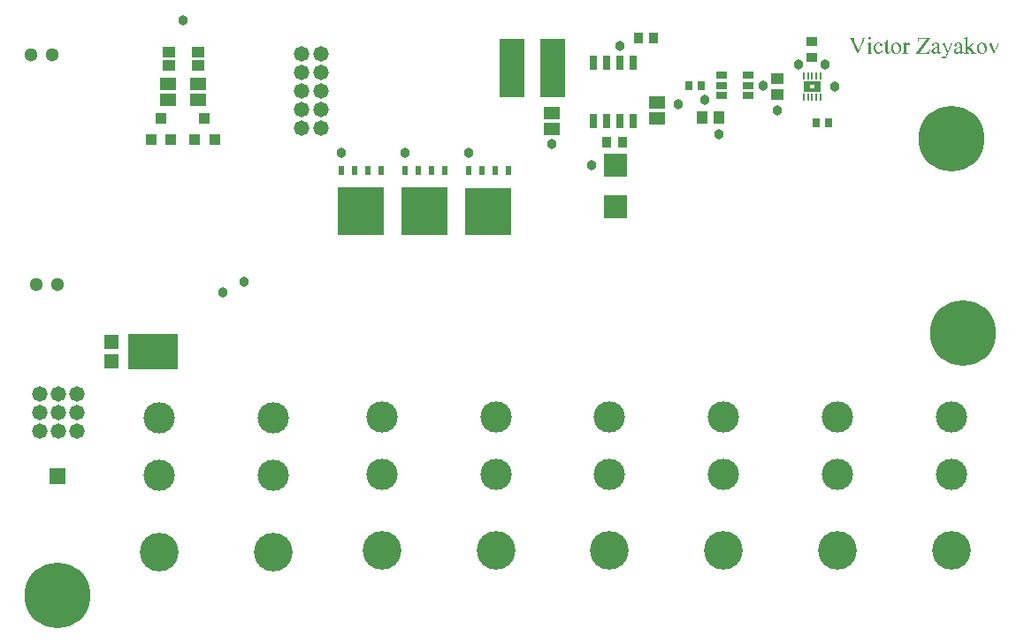
<source format=gbr>
%TF.GenerationSoftware,Altium Limited,Altium Designer,23.2.1 (34)*%
G04 Layer_Color=8388736*
%FSLAX45Y45*%
%MOMM*%
%TF.SameCoordinates,A6D216B9-5917-482B-AEBE-4AF022C6986F*%
%TF.FilePolarity,Negative*%
%TF.FileFunction,Soldermask,Top*%
%TF.Part,Single*%
G01*
G75*
%TA.AperFunction,SMDPad,CuDef*%
%ADD11R,0.23000X0.70000*%
%ADD12R,0.50000X0.85001*%
%ADD13R,0.60000X0.80000*%
%ADD16R,0.75000X0.90000*%
G04:AMPARAMS|DCode=18|XSize=1.1mm|YSize=0.6mm|CornerRadius=0.051mm|HoleSize=0mm|Usage=FLASHONLY|Rotation=180.000|XOffset=0mm|YOffset=0mm|HoleType=Round|Shape=RoundedRectangle|*
%AMROUNDEDRECTD18*
21,1,1.10000,0.49800,0,0,180.0*
21,1,0.99800,0.60000,0,0,180.0*
1,1,0.10200,-0.49900,0.24900*
1,1,0.10200,0.49900,0.24900*
1,1,0.10200,0.49900,-0.24900*
1,1,0.10200,-0.49900,-0.24900*
%
%ADD18ROUNDEDRECTD18*%
%ADD21R,0.65000X1.45000*%
%ADD25R,1.40000X1.39000*%
%ADD26R,4.86000X3.36000*%
%TA.AperFunction,ComponentPad*%
%ADD32R,1.57000X1.57000*%
%ADD36C,1.30000*%
%TA.AperFunction,SMDPad,CuDef*%
%ADD47R,1.00320X1.10320*%
%ADD48R,1.10320X0.90320*%
%ADD49R,1.20320X1.10320*%
%ADD50R,0.90320X1.10320*%
%ADD51R,2.20320X2.20320*%
%ADD52R,2.35320X5.70320*%
%ADD53R,1.60320X1.30320*%
%ADD54R,1.15320X1.00320*%
%ADD55R,1.10320X1.20320*%
%TA.AperFunction,ComponentPad*%
%ADD56C,6.30320*%
%ADD57C,3.00320*%
%ADD58C,3.70320*%
%TA.AperFunction,ViaPad*%
%ADD59C,0.96520*%
%ADD60C,1.47320*%
G36*
X5977100Y7008100D02*
X6418100D01*
Y6553100D01*
X5977100D01*
Y7008100D01*
D02*
G37*
G36*
X6586700Y7006300D02*
X7027700D01*
Y6551300D01*
X6586700D01*
Y7006300D01*
D02*
G37*
G36*
X7196300Y7005950D02*
X7637300D01*
Y6550950D01*
X7196300D01*
Y7005950D01*
D02*
G37*
G36*
X10596880Y7995600D02*
Y7923530D01*
X10434320D01*
Y7955600D01*
Y7995600D01*
Y8027670D01*
X10596880D01*
Y7995600D01*
D02*
G37*
G36*
X11069510Y8450658D02*
X11070568Y8450482D01*
X11071802Y8449953D01*
X11073212Y8449424D01*
X11074623Y8448543D01*
X11075856Y8447485D01*
X11076033Y8447309D01*
X11076385Y8446956D01*
X11076914Y8446251D01*
X11077619Y8445194D01*
X11078148Y8443960D01*
X11078677Y8442726D01*
X11079029Y8441139D01*
X11079206Y8439377D01*
Y8439200D01*
Y8438671D01*
X11079029Y8437790D01*
X11078853Y8436732D01*
X11078324Y8435498D01*
X11077795Y8434088D01*
X11076914Y8432678D01*
X11075856Y8431444D01*
X11075680Y8431268D01*
X11075328Y8430915D01*
X11074623Y8430386D01*
X11073565Y8429858D01*
X11072331Y8429153D01*
X11071097Y8428624D01*
X11069510Y8428271D01*
X11067748Y8428095D01*
X11067043D01*
X11066161Y8428271D01*
X11065104Y8428447D01*
X11063870Y8428976D01*
X11062459Y8429505D01*
X11061049Y8430386D01*
X11059815Y8431444D01*
X11059639Y8431620D01*
X11059286Y8431973D01*
X11058758Y8432678D01*
X11058229Y8433736D01*
X11057524Y8434793D01*
X11056995Y8436204D01*
X11056642Y8437790D01*
X11056466Y8439377D01*
Y8439553D01*
Y8440258D01*
X11056642Y8441139D01*
X11056819Y8442197D01*
X11057171Y8443431D01*
X11057876Y8444841D01*
X11058581Y8446251D01*
X11059639Y8447485D01*
X11059815Y8447662D01*
X11060168Y8448014D01*
X11060873Y8448543D01*
X11061931Y8449248D01*
X11063165Y8449777D01*
X11064398Y8450306D01*
X11065985Y8450658D01*
X11067748Y8450835D01*
X11068629D01*
X11069510Y8450658D01*
D02*
G37*
G36*
X11443921Y8397070D02*
X11445331Y8396718D01*
X11447094Y8396365D01*
X11448680Y8395660D01*
X11450443Y8394602D01*
X11452029Y8393369D01*
X11452206Y8393192D01*
X11452735Y8392663D01*
X11453263Y8391958D01*
X11454145Y8390901D01*
X11454850Y8389667D01*
X11455379Y8388257D01*
X11455907Y8386494D01*
X11456084Y8384731D01*
Y8384555D01*
Y8384026D01*
X11455907Y8383321D01*
X11455731Y8382263D01*
X11455379Y8381029D01*
X11454850Y8379972D01*
X11454145Y8378738D01*
X11453087Y8377504D01*
X11452911Y8377327D01*
X11452558Y8376975D01*
X11452029Y8376622D01*
X11451148Y8376093D01*
X11450090Y8375388D01*
X11449033Y8375036D01*
X11447623Y8374683D01*
X11446212Y8374507D01*
X11445507D01*
X11444802Y8374683D01*
X11443744Y8375036D01*
X11442334Y8375388D01*
X11440924Y8376093D01*
X11439161Y8376975D01*
X11437399Y8378209D01*
X11437222Y8378385D01*
X11436693Y8378738D01*
X11435812Y8379443D01*
X11434754Y8380148D01*
X11433520Y8380853D01*
X11432287Y8381558D01*
X11431229Y8381911D01*
X11430171Y8382087D01*
X11429819D01*
X11428937Y8381734D01*
X11427527Y8381205D01*
X11426646Y8380500D01*
X11425764Y8379795D01*
X11425588Y8379619D01*
X11424883Y8378914D01*
X11424002Y8377856D01*
X11422591Y8376270D01*
X11421181Y8374154D01*
X11419418Y8371510D01*
X11417479Y8368514D01*
X11415540Y8364812D01*
Y8315631D01*
Y8315455D01*
Y8315278D01*
Y8314221D01*
X11415717Y8312634D01*
X11415893Y8310695D01*
X11416069Y8308580D01*
X11416422Y8306464D01*
X11416950Y8304349D01*
X11417656Y8302586D01*
Y8302410D01*
X11418008Y8302058D01*
X11418361Y8301529D01*
X11418890Y8300824D01*
X11419595Y8300119D01*
X11420476Y8299237D01*
X11421534Y8298356D01*
X11422768Y8297651D01*
X11422944D01*
X11423473Y8297298D01*
X11424354Y8297122D01*
X11425588Y8296769D01*
X11426998Y8296417D01*
X11428937Y8296064D01*
X11431053Y8295888D01*
X11433520Y8295712D01*
Y8291657D01*
X11380990D01*
Y8295712D01*
X11382224D01*
X11383634Y8295888D01*
X11385397Y8296064D01*
X11389099Y8296769D01*
X11390862Y8297298D01*
X11392448Y8298003D01*
X11392624Y8298179D01*
X11392977Y8298356D01*
X11393330Y8298885D01*
X11394035Y8299413D01*
X11394563Y8300295D01*
X11395269Y8301352D01*
X11395797Y8302410D01*
X11396326Y8303820D01*
Y8303997D01*
X11396502Y8304349D01*
Y8304878D01*
X11396679Y8305936D01*
X11396855Y8307346D01*
Y8309285D01*
X11397031Y8311753D01*
Y8314749D01*
Y8354588D01*
Y8354764D01*
Y8355293D01*
Y8356174D01*
Y8357408D01*
Y8358818D01*
Y8360405D01*
X11396855Y8363930D01*
Y8367632D01*
X11396679Y8370981D01*
X11396502Y8372568D01*
Y8373802D01*
X11396326Y8375036D01*
X11396150Y8375741D01*
Y8375917D01*
X11395974Y8376270D01*
X11395797Y8376975D01*
X11395621Y8377680D01*
X11394740Y8379266D01*
X11393506Y8380677D01*
X11393153Y8380853D01*
X11392096Y8381558D01*
X11390685Y8382087D01*
X11388570Y8382263D01*
X11387336D01*
X11386278Y8382087D01*
X11385221Y8381911D01*
X11383811Y8381558D01*
X11380814Y8380677D01*
X11379756Y8384731D01*
X11410781Y8397247D01*
X11415540D01*
Y8374154D01*
X11415717Y8374507D01*
X11416069Y8375212D01*
X11416774Y8376270D01*
X11417656Y8377856D01*
X11418890Y8379443D01*
X11420300Y8381382D01*
X11421886Y8383497D01*
X11423649Y8385789D01*
X11427527Y8390019D01*
X11429642Y8391958D01*
X11431934Y8393721D01*
X11434402Y8395131D01*
X11436870Y8396189D01*
X11439338Y8397070D01*
X11441805Y8397247D01*
X11442863D01*
X11443921Y8397070D01*
D02*
G37*
G36*
X11157648D02*
X11158882D01*
X11160469Y8396894D01*
X11163818Y8396189D01*
X11167873Y8395308D01*
X11171927Y8393897D01*
X11175981Y8391782D01*
X11177920Y8390548D01*
X11179859Y8389138D01*
X11180036D01*
X11180212Y8388785D01*
X11181446Y8387728D01*
X11183032Y8386141D01*
X11184795Y8384026D01*
X11186558Y8381558D01*
X11188144Y8378738D01*
X11189378Y8375741D01*
X11189554Y8374154D01*
X11189731Y8372568D01*
Y8372392D01*
Y8371863D01*
X11189554Y8370981D01*
X11189378Y8370100D01*
X11189026Y8368866D01*
X11188497Y8367809D01*
X11187792Y8366575D01*
X11186910Y8365517D01*
X11186734Y8365341D01*
X11186381Y8365164D01*
X11185853Y8364812D01*
X11184971Y8364283D01*
X11183914Y8363754D01*
X11182503Y8363402D01*
X11181093Y8363225D01*
X11179330Y8363049D01*
X11178273D01*
X11177039Y8363225D01*
X11175629Y8363578D01*
X11174042Y8364107D01*
X11172279Y8364812D01*
X11170869Y8365869D01*
X11169459Y8367280D01*
Y8367456D01*
X11169106Y8367809D01*
X11168754Y8368337D01*
X11168401Y8369219D01*
X11167873Y8370453D01*
X11167344Y8372039D01*
X11166991Y8373978D01*
X11166639Y8376270D01*
Y8376622D01*
X11166462Y8377327D01*
X11166286Y8378561D01*
X11165933Y8380148D01*
X11165405Y8381734D01*
X11164523Y8383497D01*
X11163466Y8385084D01*
X11162232Y8386494D01*
X11162055Y8386670D01*
X11161527Y8387023D01*
X11160645Y8387551D01*
X11159411Y8388257D01*
X11157825Y8388962D01*
X11156062Y8389490D01*
X11153947Y8389843D01*
X11151479Y8390019D01*
X11150421D01*
X11149540Y8389843D01*
X11147601Y8389667D01*
X11144957Y8388962D01*
X11142136Y8387904D01*
X11139140Y8386494D01*
X11136143Y8384378D01*
X11134733Y8382968D01*
X11133499Y8381558D01*
X11133322Y8381382D01*
X11133146Y8381029D01*
X11132617Y8380500D01*
X11132088Y8379619D01*
X11131383Y8378561D01*
X11130678Y8377151D01*
X11129797Y8375565D01*
X11129092Y8373802D01*
X11128210Y8371863D01*
X11127329Y8369748D01*
X11126624Y8367280D01*
X11125919Y8364636D01*
X11125390Y8361991D01*
X11124861Y8358995D01*
X11124685Y8355822D01*
X11124509Y8352473D01*
Y8352296D01*
Y8351591D01*
Y8350710D01*
X11124685Y8349476D01*
X11124861Y8347713D01*
X11125037Y8345950D01*
X11125214Y8343835D01*
X11125566Y8341543D01*
X11126624Y8336431D01*
X11128387Y8331143D01*
X11129268Y8328323D01*
X11130502Y8325502D01*
X11131912Y8322682D01*
X11133499Y8320038D01*
X11133675Y8319861D01*
X11133851Y8319509D01*
X11134380Y8318804D01*
X11135085Y8317922D01*
X11136143Y8316688D01*
X11137200Y8315631D01*
X11138434Y8314221D01*
X11139845Y8312987D01*
X11141607Y8311753D01*
X11143370Y8310343D01*
X11147601Y8308227D01*
X11149892Y8307170D01*
X11152360Y8306464D01*
X11155004Y8306112D01*
X11157825Y8305936D01*
X11158882D01*
X11159764Y8306112D01*
X11160645D01*
X11161703Y8306288D01*
X11164347Y8306817D01*
X11167520Y8307698D01*
X11170693Y8309109D01*
X11174218Y8310871D01*
X11177568Y8313339D01*
X11177920Y8313516D01*
X11178625Y8314397D01*
X11179859Y8315631D01*
X11181269Y8317570D01*
X11183209Y8320214D01*
X11184090Y8321800D01*
X11185148Y8323387D01*
X11186205Y8325326D01*
X11187263Y8327441D01*
X11188497Y8329733D01*
X11189554Y8332201D01*
X11192727Y8330614D01*
Y8330438D01*
X11192551Y8329733D01*
X11192199Y8328675D01*
X11191846Y8327265D01*
X11191317Y8325502D01*
X11190788Y8323563D01*
X11189907Y8321448D01*
X11189026Y8318980D01*
X11186910Y8314044D01*
X11184090Y8308756D01*
X11180564Y8303644D01*
X11178449Y8301352D01*
X11176334Y8299237D01*
X11176157Y8299061D01*
X11175805Y8298708D01*
X11175100Y8298179D01*
X11174218Y8297651D01*
X11173161Y8296769D01*
X11171751Y8295888D01*
X11170164Y8294830D01*
X11168578Y8293949D01*
X11164523Y8291834D01*
X11160116Y8290247D01*
X11157648Y8289542D01*
X11155004Y8289013D01*
X11152360Y8288661D01*
X11149716Y8288484D01*
X11149011D01*
X11147953Y8288661D01*
X11146719D01*
X11145309Y8289013D01*
X11143546Y8289189D01*
X11141607Y8289718D01*
X11139316Y8290247D01*
X11137024Y8291128D01*
X11134556Y8292010D01*
X11132088Y8293244D01*
X11129444Y8294654D01*
X11126800Y8296417D01*
X11124332Y8298356D01*
X11121688Y8300471D01*
X11119220Y8303115D01*
X11119044Y8303291D01*
X11118692Y8303820D01*
X11117986Y8304702D01*
X11117281Y8305759D01*
X11116224Y8307346D01*
X11115166Y8309109D01*
X11113932Y8311224D01*
X11112874Y8313516D01*
X11111640Y8316336D01*
X11110407Y8319156D01*
X11109349Y8322506D01*
X11108291Y8326031D01*
X11107586Y8329909D01*
X11106881Y8333964D01*
X11106528Y8338194D01*
X11106352Y8342777D01*
Y8343130D01*
Y8343835D01*
X11106528Y8345069D01*
Y8346832D01*
X11106881Y8348771D01*
X11107057Y8351239D01*
X11107586Y8353883D01*
X11108115Y8356703D01*
X11108820Y8359876D01*
X11109878Y8363049D01*
X11110935Y8366222D01*
X11112346Y8369571D01*
X11113932Y8372921D01*
X11115871Y8376093D01*
X11118163Y8379090D01*
X11120631Y8382087D01*
X11120807Y8382263D01*
X11121336Y8382792D01*
X11122041Y8383497D01*
X11123098Y8384378D01*
X11124509Y8385612D01*
X11126271Y8386846D01*
X11128210Y8388257D01*
X11130326Y8389667D01*
X11132794Y8391077D01*
X11135261Y8392487D01*
X11138258Y8393721D01*
X11141255Y8394955D01*
X11144428Y8395836D01*
X11147953Y8396542D01*
X11151479Y8397070D01*
X11155181Y8397247D01*
X11156591D01*
X11157648Y8397070D01*
D02*
G37*
G36*
X11031964Y8439377D02*
X11031611D01*
X11030554Y8439024D01*
X11029143Y8438671D01*
X11027381Y8438143D01*
X11025441Y8437438D01*
X11023326Y8436556D01*
X11021387Y8435322D01*
X11019624Y8434088D01*
X11019448Y8433912D01*
X11018567Y8433031D01*
X11017509Y8431797D01*
X11016099Y8429858D01*
X11014512Y8427566D01*
X11012750Y8424569D01*
X11010987Y8421220D01*
X11009224Y8417166D01*
X10956341Y8288308D01*
X10952111D01*
X10895350Y8418929D01*
Y8419105D01*
X10895174Y8419457D01*
X10894997Y8419810D01*
X10894645Y8420515D01*
X10893940Y8422278D01*
X10892882Y8424217D01*
X10892001Y8426332D01*
X10890943Y8428447D01*
X10889885Y8430034D01*
X10889533Y8430739D01*
X10889180Y8431268D01*
X10889004Y8431444D01*
X10888651Y8431797D01*
X10888122Y8432502D01*
X10887241Y8433207D01*
X10886183Y8434088D01*
X10885126Y8435146D01*
X10882305Y8436732D01*
X10882129Y8436909D01*
X10881600Y8437085D01*
X10880719Y8437438D01*
X10879485Y8437790D01*
X10877898Y8438319D01*
X10875959Y8438671D01*
X10873668Y8439024D01*
X10871200Y8439377D01*
Y8443431D01*
X10933249D01*
Y8439377D01*
X10932720D01*
X10932191Y8439200D01*
X10931486D01*
X10929724Y8438848D01*
X10927608Y8438495D01*
X10925317Y8437966D01*
X10923025Y8437438D01*
X10921086Y8436556D01*
X10919500Y8435675D01*
X10919323Y8435498D01*
X10918971Y8435146D01*
X10918442Y8434617D01*
X10917913Y8433912D01*
X10917384Y8433031D01*
X10916855Y8431973D01*
X10916503Y8430563D01*
X10916327Y8429153D01*
Y8428976D01*
X10916503Y8428095D01*
X10916679Y8426685D01*
X10917032Y8424922D01*
X10917561Y8422454D01*
X10918618Y8419457D01*
X10919852Y8415932D01*
X10921615Y8411701D01*
X10960219Y8322682D01*
X10996180Y8410467D01*
Y8410644D01*
X10996356Y8410996D01*
X10996709Y8411701D01*
X10997061Y8412583D01*
X10997414Y8413640D01*
X10997766Y8414874D01*
X10998824Y8417695D01*
X10999705Y8420691D01*
X11000587Y8423688D01*
X11001115Y8426332D01*
X11001292Y8427566D01*
Y8428624D01*
Y8428800D01*
Y8429153D01*
X11001115Y8429858D01*
X11000939Y8430563D01*
X11000587Y8431444D01*
X10999881Y8432502D01*
X10999176Y8433736D01*
X10998119Y8434793D01*
X10997942Y8434970D01*
X10997590Y8435322D01*
X10996709Y8435851D01*
X10995651Y8436380D01*
X10994064Y8437085D01*
X10992125Y8437790D01*
X10989834Y8438495D01*
X10987190Y8439024D01*
X10986837D01*
X10986132Y8439200D01*
X10985251Y8439377D01*
Y8443431D01*
X11031964D01*
Y8439377D01*
D02*
G37*
G36*
X11866807Y8390196D02*
X11866631D01*
X11866102Y8390020D01*
X11865397D01*
X11864515Y8389843D01*
X11862400Y8389138D01*
X11860461Y8388257D01*
X11860285D01*
X11860108Y8388081D01*
X11859051Y8387199D01*
X11858169Y8386494D01*
X11857464Y8385613D01*
X11856583Y8384555D01*
X11855525Y8383321D01*
X11855349Y8382969D01*
X11854996Y8382440D01*
X11854644Y8381735D01*
X11854115Y8380501D01*
X11853410Y8379090D01*
X11852705Y8377151D01*
X11851647Y8374684D01*
X11809870Y8272443D01*
Y8272267D01*
X11809517Y8271738D01*
X11809341Y8271033D01*
X11808812Y8269976D01*
X11808107Y8268742D01*
X11807402Y8267331D01*
X11805639Y8264158D01*
X11803347Y8260457D01*
X11800703Y8256755D01*
X11797530Y8253229D01*
X11794005Y8250056D01*
X11793829D01*
X11793652Y8249704D01*
X11793123Y8249351D01*
X11792418Y8248822D01*
X11790479Y8247589D01*
X11788011Y8246178D01*
X11785191Y8244768D01*
X11782018Y8243534D01*
X11778669Y8242653D01*
X11776906Y8242477D01*
X11775143Y8242300D01*
X11774086D01*
X11772852Y8242477D01*
X11771442Y8242829D01*
X11769679Y8243182D01*
X11767916Y8243887D01*
X11766153Y8244944D01*
X11764390Y8246178D01*
X11764214Y8246355D01*
X11763685Y8246883D01*
X11762980Y8247589D01*
X11762275Y8248822D01*
X11761570Y8250056D01*
X11760865Y8251467D01*
X11760336Y8253229D01*
X11760160Y8254992D01*
Y8255168D01*
Y8255697D01*
X11760336Y8256579D01*
X11760512Y8257636D01*
X11760865Y8258870D01*
X11761394Y8260104D01*
X11762099Y8261338D01*
X11763157Y8262396D01*
X11763333Y8262572D01*
X11763685Y8262925D01*
X11764390Y8263277D01*
X11765272Y8263806D01*
X11766506Y8264335D01*
X11767916Y8264864D01*
X11769679Y8265040D01*
X11771618Y8265216D01*
X11772323D01*
X11773204Y8265040D01*
X11774262Y8264864D01*
X11775672Y8264687D01*
X11777435Y8264335D01*
X11779374Y8263630D01*
X11781666Y8262925D01*
X11781842D01*
X11782371Y8262748D01*
X11783252Y8262396D01*
X11784133Y8262219D01*
X11786072Y8261514D01*
X11786778Y8261338D01*
X11787835D01*
X11788540Y8261514D01*
X11789422Y8261867D01*
X11790479Y8262219D01*
X11791713Y8262748D01*
X11793123Y8263630D01*
X11794534Y8264864D01*
X11794710Y8265040D01*
X11795239Y8265569D01*
X11796120Y8266450D01*
X11797002Y8267860D01*
X11798235Y8269623D01*
X11799646Y8271915D01*
X11801056Y8274735D01*
X11802642Y8278084D01*
X11809870Y8295888D01*
X11773028Y8372921D01*
Y8373097D01*
X11772675Y8373626D01*
X11772323Y8374331D01*
X11771618Y8375389D01*
X11770913Y8376623D01*
X11770031Y8378209D01*
X11768797Y8379796D01*
X11767563Y8381735D01*
X11767387Y8381911D01*
X11767211Y8382440D01*
X11766682Y8382969D01*
X11765977Y8383850D01*
X11764567Y8385613D01*
X11763685Y8386318D01*
X11762980Y8387023D01*
X11762804D01*
X11762451Y8387375D01*
X11761923Y8387728D01*
X11761041Y8388081D01*
X11759807Y8388609D01*
X11758397Y8389138D01*
X11756811Y8389667D01*
X11754695Y8390196D01*
Y8394250D01*
X11802642D01*
Y8390196D01*
X11799469D01*
X11798588Y8390020D01*
X11797530Y8389843D01*
X11795063Y8389314D01*
X11793829Y8388609D01*
X11792771Y8387904D01*
X11792595Y8387728D01*
X11792418Y8387552D01*
X11792066Y8387023D01*
X11791537Y8386494D01*
X11790656Y8384731D01*
X11790479Y8383674D01*
X11790303Y8382440D01*
Y8382263D01*
Y8381558D01*
X11790479Y8380677D01*
X11790832Y8379267D01*
X11791184Y8377504D01*
X11791890Y8375389D01*
X11792771Y8373097D01*
X11794005Y8370277D01*
X11819036Y8318451D01*
X11841952Y8375212D01*
Y8375389D01*
X11842304Y8376094D01*
X11842481Y8376975D01*
X11842833Y8378033D01*
X11843186Y8379443D01*
X11843362Y8381029D01*
X11843715Y8384379D01*
Y8384555D01*
Y8384731D01*
Y8385436D01*
X11843362Y8386494D01*
X11843010Y8387375D01*
X11842833Y8387552D01*
X11842304Y8388081D01*
X11841423Y8388786D01*
X11840189Y8389314D01*
X11839837Y8389491D01*
X11839308Y8389667D01*
X11838603Y8389843D01*
X11837721D01*
X11836487Y8390020D01*
X11835077Y8390196D01*
X11833491D01*
Y8394250D01*
X11866807D01*
Y8390196D01*
D02*
G37*
G36*
X12311375D02*
X12311199D01*
X12310494Y8390020D01*
X12309436D01*
X12308202Y8389667D01*
X12305558Y8388962D01*
X12304324Y8388433D01*
X12303266Y8387728D01*
X12303090Y8387552D01*
X12302561Y8387023D01*
X12301856Y8386318D01*
X12300975Y8385084D01*
X12299917Y8383497D01*
X12298683Y8381558D01*
X12297449Y8379267D01*
X12296215Y8376446D01*
X12260079Y8288485D01*
X12255495D01*
X12219006Y8374860D01*
X12218830Y8375212D01*
X12218654Y8375917D01*
X12218125Y8376975D01*
X12217420Y8378209D01*
X12216010Y8381206D01*
X12215128Y8382616D01*
X12214247Y8383674D01*
X12214071Y8383850D01*
X12213894Y8384202D01*
X12213365Y8384555D01*
X12212660Y8385260D01*
X12210898Y8386670D01*
X12208606Y8388257D01*
X12208430D01*
X12208253Y8388433D01*
X12207725Y8388609D01*
X12207020Y8388786D01*
X12205962Y8389138D01*
X12204552Y8389491D01*
X12202965Y8389843D01*
X12201026Y8390196D01*
Y8394250D01*
X12249149D01*
Y8390196D01*
X12245271D01*
X12244390Y8390020D01*
X12243509Y8389843D01*
X12241217Y8389314D01*
X12240159Y8388609D01*
X12239278Y8387904D01*
X12239102Y8387728D01*
X12238925Y8387552D01*
X12238573Y8387023D01*
X12238220Y8386494D01*
X12237339Y8384555D01*
X12237163Y8383497D01*
X12236986Y8382263D01*
Y8382087D01*
Y8381558D01*
X12237163Y8380677D01*
X12237339Y8379619D01*
X12237515Y8378209D01*
X12238044Y8376623D01*
X12238573Y8374860D01*
X12239454Y8372921D01*
X12263252Y8316336D01*
X12287225Y8375036D01*
X12287401Y8375389D01*
X12287578Y8376094D01*
X12287930Y8377151D01*
X12288459Y8378562D01*
X12289340Y8381735D01*
X12289517Y8383321D01*
X12289693Y8384555D01*
Y8384908D01*
X12289517Y8385436D01*
X12289340Y8386318D01*
X12288812Y8387199D01*
X12288635Y8387552D01*
X12287930Y8388081D01*
X12286873Y8388962D01*
X12285639Y8389491D01*
X12285462D01*
X12285286Y8389667D01*
X12284757D01*
X12283876Y8389843D01*
X12282818Y8390020D01*
X12281584D01*
X12279822Y8390196D01*
X12277882D01*
Y8394250D01*
X12311375D01*
Y8390196D01*
D02*
G37*
G36*
X12007299Y8348771D02*
X12033388Y8372568D01*
X12033564Y8372744D01*
X12033740Y8372921D01*
X12034798Y8373802D01*
X12036032Y8375036D01*
X12037795Y8376623D01*
X12039381Y8378209D01*
X12040968Y8379796D01*
X12042201Y8381206D01*
X12043083Y8382263D01*
X12043259Y8382440D01*
X12043612Y8383145D01*
X12043788Y8383850D01*
X12043964Y8384908D01*
Y8385084D01*
Y8385260D01*
X12043788Y8386318D01*
X12043083Y8387552D01*
X12042730Y8388257D01*
X12042025Y8388786D01*
X12041673Y8388962D01*
X12041320Y8389314D01*
X12040615Y8389667D01*
X12039734Y8390020D01*
X12038676Y8390196D01*
X12037442Y8390548D01*
X12036032Y8390725D01*
Y8394250D01*
X12080630D01*
Y8390725D01*
X12079748D01*
X12079043Y8390548D01*
X12077457D01*
X12075341Y8390196D01*
X12072873Y8389843D01*
X12070229Y8389314D01*
X12067761Y8388609D01*
X12065294Y8387728D01*
X12064941Y8387552D01*
X12064236Y8387199D01*
X12063002Y8386670D01*
X12061239Y8385613D01*
X12059300Y8384379D01*
X12057009Y8382792D01*
X12054541Y8380853D01*
X12051897Y8378562D01*
X12025455Y8354236D01*
X12051720Y8320919D01*
X12051897Y8320743D01*
X12052249Y8320391D01*
X12052778Y8319685D01*
X12053483Y8318804D01*
X12054365Y8317746D01*
X12055422Y8316512D01*
X12057714Y8313692D01*
X12060182Y8310695D01*
X12062649Y8307875D01*
X12064941Y8305407D01*
X12065822Y8304349D01*
X12066704Y8303468D01*
X12066880Y8303292D01*
X12067585Y8302587D01*
X12068643Y8301705D01*
X12069877Y8300648D01*
X12071287Y8299590D01*
X12072873Y8298532D01*
X12074460Y8297475D01*
X12076046Y8296770D01*
X12076223D01*
X12076575Y8296593D01*
X12077280Y8296417D01*
X12078338Y8296241D01*
X12079748Y8296064D01*
X12081335Y8295888D01*
X12083450Y8295712D01*
X12085918D01*
Y8291658D01*
X12036032D01*
Y8295712D01*
X12037442D01*
X12038323Y8295888D01*
X12040262Y8296241D01*
X12040968Y8296417D01*
X12041673Y8296770D01*
X12041849Y8296946D01*
X12042554Y8297651D01*
X12043083Y8298709D01*
X12043259Y8300119D01*
Y8300295D01*
Y8300648D01*
X12043083Y8301176D01*
X12042730Y8302234D01*
X12042201Y8303292D01*
X12041320Y8304702D01*
X12040262Y8306465D01*
X12038852Y8308404D01*
X12007299Y8348595D01*
Y8314750D01*
Y8314573D01*
Y8314397D01*
Y8313868D01*
Y8313163D01*
Y8311400D01*
X12007475Y8309285D01*
X12007651Y8307170D01*
X12007828Y8304878D01*
X12008180Y8302939D01*
X12008533Y8301529D01*
Y8301353D01*
X12008885Y8301000D01*
X12009062Y8300471D01*
X12009590Y8299766D01*
X12010824Y8298180D01*
X12012587Y8296946D01*
X12012763D01*
X12013116Y8296770D01*
X12013821Y8296593D01*
X12015055Y8296417D01*
X12016465Y8296064D01*
X12018404Y8295888D01*
X12020872Y8295712D01*
X12023869D01*
Y8291658D01*
X11971867D01*
Y8295712D01*
X11973101D01*
X11974511Y8295888D01*
X11976274D01*
X11978037Y8296064D01*
X11979976Y8296417D01*
X11981915Y8296946D01*
X11983502Y8297475D01*
X11983678D01*
X11983854Y8297651D01*
X11984735Y8298356D01*
X11985969Y8299590D01*
X11987027Y8301353D01*
Y8301529D01*
X11987380Y8302058D01*
X11987556Y8302939D01*
X11987908Y8304349D01*
X11988261Y8306112D01*
X11988437Y8308404D01*
X11988790Y8311048D01*
Y8314221D01*
Y8407647D01*
Y8407823D01*
Y8408352D01*
Y8409234D01*
Y8410468D01*
Y8411878D01*
Y8413464D01*
X11988614Y8416990D01*
Y8420692D01*
X11988437Y8424217D01*
X11988261Y8425804D01*
Y8427038D01*
X11988085Y8428271D01*
X11987908Y8429153D01*
Y8429329D01*
X11987732Y8429858D01*
X11987556Y8430387D01*
X11987380Y8431268D01*
X11986498Y8433031D01*
X11985969Y8433736D01*
X11985264Y8434441D01*
X11984912Y8434617D01*
X11984030Y8435322D01*
X11982620Y8435851D01*
X11980681Y8436028D01*
X11979623D01*
X11978918Y8435851D01*
X11978037Y8435675D01*
X11976803Y8435322D01*
X11975393Y8434794D01*
X11973630Y8434265D01*
X11971867Y8438319D01*
X12002011Y8450835D01*
X12007299D01*
Y8348771D01*
D02*
G37*
G36*
X11544045Y8300824D02*
X11607681Y8300824D01*
X11608563Y8301000D01*
X11609796D01*
X11611207Y8301176D01*
X11614380Y8301529D01*
X11617905Y8302410D01*
X11621607Y8303468D01*
X11624956Y8304878D01*
X11628129Y8306994D01*
X11628305D01*
X11628482Y8307346D01*
X11628834Y8307699D01*
X11629363Y8308227D01*
X11630068Y8309109D01*
X11630950Y8309990D01*
X11631831Y8311224D01*
X11632712Y8312634D01*
X11633770Y8314221D01*
X11634828Y8315984D01*
X11636062Y8318099D01*
X11637295Y8320391D01*
X11638353Y8323035D01*
X11639587Y8325855D01*
X11640821Y8329028D01*
X11641879Y8332377D01*
X11645580Y8331848D01*
X11638353Y8291658D01*
X11514960Y8291657D01*
Y8295712D01*
X11612264Y8434441D01*
X11561673Y8434441D01*
X11559558Y8434265D01*
X11556914Y8434088D01*
X11554093Y8433736D01*
X11551273Y8433383D01*
X11548452Y8432678D01*
X11546161Y8431797D01*
X11545985Y8431620D01*
X11545279Y8431268D01*
X11544222Y8430739D01*
X11543164Y8429858D01*
X11541754Y8428800D01*
X11540344Y8427390D01*
X11539110Y8425803D01*
X11537876Y8424041D01*
X11537700Y8423864D01*
X11537347Y8422983D01*
X11536818Y8421749D01*
X11536113Y8419810D01*
X11535408Y8417342D01*
X11535055Y8415932D01*
X11534527Y8414169D01*
X11534174Y8412230D01*
X11533645Y8410291D01*
X11533116Y8407999D01*
X11532764Y8405532D01*
X11528533D01*
X11531706Y8443431D01*
X11643994Y8443431D01*
X11544045Y8300824D01*
D02*
G37*
G36*
X11077267Y8314749D02*
Y8314573D01*
Y8314397D01*
Y8313868D01*
Y8313163D01*
Y8311576D01*
X11077443Y8309461D01*
X11077619Y8307346D01*
X11077795Y8305231D01*
X11078148Y8303291D01*
X11078501Y8301881D01*
Y8301705D01*
X11078853Y8301352D01*
X11079029Y8300824D01*
X11079558Y8300119D01*
X11080792Y8298532D01*
X11082555Y8297122D01*
X11082731D01*
X11083084Y8296946D01*
X11083789Y8296769D01*
X11084847Y8296417D01*
X11086257Y8296240D01*
X11088019Y8295888D01*
X11090135Y8295712D01*
X11092779D01*
Y8291657D01*
X11043069D01*
Y8295712D01*
X11045537D01*
X11047123Y8295888D01*
X11050296Y8296240D01*
X11051883Y8296593D01*
X11052941Y8297122D01*
X11053117D01*
X11053469Y8297474D01*
X11054527Y8298179D01*
X11055761Y8299766D01*
X11056466Y8300647D01*
X11057171Y8301881D01*
Y8302058D01*
X11057347Y8302586D01*
X11057700Y8303468D01*
X11058053Y8304702D01*
X11058229Y8306464D01*
X11058581Y8308756D01*
X11058758Y8311400D01*
Y8314749D01*
Y8354412D01*
Y8354588D01*
Y8355117D01*
Y8355998D01*
Y8357056D01*
Y8358466D01*
Y8359876D01*
X11058581Y8363402D01*
Y8366927D01*
X11058405Y8370453D01*
X11058229Y8372039D01*
X11058053Y8373626D01*
X11057876Y8374860D01*
X11057700Y8375917D01*
Y8376093D01*
X11057524Y8376446D01*
X11057347Y8377151D01*
X11056995Y8377856D01*
X11056290Y8379443D01*
X11055761Y8380324D01*
X11055056Y8380853D01*
X11054703Y8381029D01*
X11053998Y8381558D01*
X11052588Y8382087D01*
X11050649Y8382263D01*
X11049415D01*
X11048534Y8382087D01*
X11047300Y8381911D01*
X11046066Y8381558D01*
X11042893Y8380677D01*
X11041483Y8384731D01*
X11072331Y8397247D01*
X11077267D01*
Y8314749D01*
D02*
G37*
G36*
X11237149Y8394250D02*
X11260946D01*
Y8386670D01*
X11237149Y8386494D01*
Y8319861D01*
Y8319685D01*
Y8319509D01*
Y8318980D01*
Y8318275D01*
X11237325Y8316512D01*
X11237502Y8314397D01*
X11237854Y8312105D01*
X11238383Y8309990D01*
X11239088Y8307875D01*
X11239969Y8306288D01*
X11240146Y8306112D01*
X11240498Y8305759D01*
X11241027Y8305231D01*
X11241908Y8304702D01*
X11242966Y8303997D01*
X11244200Y8303468D01*
X11245610Y8303115D01*
X11247197Y8302939D01*
X11247902D01*
X11248607Y8303115D01*
X11249488Y8303291D01*
X11251780Y8303820D01*
X11253190Y8304349D01*
X11254424Y8305054D01*
X11254600Y8305231D01*
X11254953Y8305407D01*
X11255658Y8306112D01*
X11256363Y8306817D01*
X11257244Y8307698D01*
X11258302Y8308932D01*
X11259183Y8310343D01*
X11259889Y8311929D01*
X11264295D01*
Y8311753D01*
X11264119Y8311400D01*
X11263943Y8310871D01*
X11263590Y8310166D01*
X11262709Y8308051D01*
X11261299Y8305759D01*
X11259712Y8302939D01*
X11257773Y8300295D01*
X11255658Y8297651D01*
X11253014Y8295359D01*
X11252661Y8295183D01*
X11251780Y8294478D01*
X11250370Y8293596D01*
X11248607Y8292715D01*
X11246315Y8291657D01*
X11243847Y8290776D01*
X11241203Y8290071D01*
X11238383Y8289895D01*
X11237502D01*
X11236444Y8290071D01*
X11235210Y8290247D01*
X11233623Y8290600D01*
X11231861Y8291128D01*
X11230098Y8291834D01*
X11228159Y8292715D01*
X11227983Y8292891D01*
X11227278Y8293244D01*
X11226396Y8293949D01*
X11225338Y8294830D01*
X11224281Y8295888D01*
X11223047Y8297298D01*
X11221989Y8298885D01*
X11220932Y8300824D01*
X11220755Y8301000D01*
X11220579Y8301881D01*
X11220226Y8303115D01*
X11219874Y8304878D01*
X11219345Y8307346D01*
X11218993Y8310166D01*
X11218816Y8313516D01*
X11218640Y8317394D01*
Y8386670D01*
X11202423D01*
Y8390196D01*
X11202775Y8390372D01*
X11203480Y8390724D01*
X11204714Y8391253D01*
X11206301Y8392135D01*
X11208063Y8393369D01*
X11210179Y8394779D01*
X11212470Y8396542D01*
X11214762Y8398481D01*
X11215114Y8398833D01*
X11215820Y8399538D01*
X11217054Y8400772D01*
X11218640Y8402359D01*
X11220403Y8404474D01*
X11222342Y8406766D01*
X11224457Y8409410D01*
X11226396Y8412230D01*
X11226572Y8412406D01*
X11226925Y8413111D01*
X11227454Y8414169D01*
X11228335Y8415756D01*
X11229393Y8417871D01*
X11230627Y8420691D01*
X11232037Y8424041D01*
X11233623Y8427919D01*
X11237149D01*
Y8394250D01*
D02*
G37*
G36*
X11920924Y8397071D02*
X11922334D01*
X11925507Y8396718D01*
X11929032Y8396013D01*
X11932734Y8395308D01*
X11936436Y8394074D01*
X11939961Y8392487D01*
X11940314Y8392311D01*
X11941019Y8391782D01*
X11942253Y8391077D01*
X11943663Y8389843D01*
X11945250Y8388433D01*
X11946836Y8386494D01*
X11948423Y8384379D01*
X11949657Y8381735D01*
X11949833Y8381558D01*
X11950009Y8380677D01*
X11950362Y8379443D01*
X11950714Y8377504D01*
X11950890Y8376270D01*
X11951067Y8374860D01*
X11951243Y8373273D01*
X11951419Y8371334D01*
X11951596Y8369395D01*
X11951772Y8367104D01*
Y8364636D01*
Y8361992D01*
Y8327265D01*
Y8327089D01*
Y8326560D01*
Y8325855D01*
Y8324974D01*
Y8323740D01*
Y8322506D01*
Y8319509D01*
X11951948Y8316512D01*
Y8313516D01*
X11952124Y8312106D01*
Y8311048D01*
X11952301Y8309990D01*
Y8309285D01*
Y8309109D01*
X11952477Y8308756D01*
Y8308227D01*
X11952653Y8307522D01*
X11953358Y8305936D01*
X11953711Y8305407D01*
X11954063Y8304878D01*
X11954240Y8304702D01*
X11954945Y8304349D01*
X11956003Y8303997D01*
X11957060Y8303821D01*
X11957413D01*
X11958118Y8303997D01*
X11959175Y8304173D01*
X11960233Y8304526D01*
X11960409D01*
X11960762Y8304878D01*
X11961291Y8305407D01*
X11962172Y8306112D01*
X11963406Y8307170D01*
X11964993Y8308580D01*
X11967108Y8310519D01*
X11969399Y8312811D01*
Y8306465D01*
X11969223Y8306288D01*
X11968871Y8305760D01*
X11968166Y8304878D01*
X11967284Y8303821D01*
X11966050Y8302587D01*
X11964816Y8301176D01*
X11961643Y8298180D01*
X11957942Y8295007D01*
X11956003Y8293597D01*
X11953887Y8292363D01*
X11951772Y8291305D01*
X11949657Y8290424D01*
X11947365Y8289895D01*
X11945250Y8289718D01*
X11944368D01*
X11943311Y8289895D01*
X11942077Y8290247D01*
X11940666Y8290600D01*
X11939256Y8291305D01*
X11937846Y8292186D01*
X11936436Y8293420D01*
X11936260Y8293597D01*
X11935907Y8294125D01*
X11935378Y8295183D01*
X11934849Y8296593D01*
X11934321Y8298356D01*
X11933792Y8300648D01*
X11933439Y8303292D01*
X11933263Y8306465D01*
X11933087Y8306288D01*
X11932558Y8305936D01*
X11931853Y8305231D01*
X11930795Y8304526D01*
X11929385Y8303468D01*
X11927975Y8302410D01*
X11924802Y8300119D01*
X11921452Y8297475D01*
X11918103Y8295183D01*
X11916693Y8294302D01*
X11915283Y8293420D01*
X11914225Y8292715D01*
X11913344Y8292186D01*
X11912991Y8292010D01*
X11912286Y8291834D01*
X11911052Y8291305D01*
X11909466Y8290952D01*
X11907703Y8290424D01*
X11905411Y8289895D01*
X11903120Y8289718D01*
X11900652Y8289542D01*
X11899594D01*
X11898889Y8289718D01*
X11896950Y8289895D01*
X11894482Y8290424D01*
X11891662Y8291305D01*
X11888665Y8292539D01*
X11885845Y8294302D01*
X11883024Y8296770D01*
X11882672Y8297122D01*
X11881967Y8298003D01*
X11880909Y8299766D01*
X11879675Y8301882D01*
X11878441Y8304526D01*
X11877383Y8307875D01*
X11876678Y8311577D01*
X11876326Y8315807D01*
Y8315984D01*
Y8316160D01*
Y8317041D01*
X11876502Y8318451D01*
X11876678Y8320214D01*
X11877207Y8322330D01*
X11877736Y8324445D01*
X11878617Y8326736D01*
X11879675Y8328852D01*
Y8329028D01*
X11879851Y8329204D01*
X11880556Y8330086D01*
X11881614Y8331672D01*
X11883377Y8333435D01*
X11885492Y8335727D01*
X11888136Y8338018D01*
X11891485Y8340662D01*
X11895364Y8343130D01*
X11895540D01*
X11895892Y8343483D01*
X11896597Y8343835D01*
X11897655Y8344364D01*
X11898889Y8345069D01*
X11900476Y8345774D01*
X11902238Y8346656D01*
X11904354Y8347713D01*
X11906821Y8348771D01*
X11909642Y8350005D01*
X11912815Y8351415D01*
X11916164Y8352825D01*
X11919866Y8354412D01*
X11924097Y8355998D01*
X11928503Y8357761D01*
X11933263Y8359524D01*
Y8363402D01*
Y8363578D01*
Y8364107D01*
Y8364812D01*
Y8365870D01*
X11933087Y8367104D01*
Y8368690D01*
X11932734Y8371863D01*
X11932029Y8375389D01*
X11931148Y8378914D01*
X11929914Y8382087D01*
X11929209Y8383321D01*
X11928327Y8384555D01*
X11928151Y8384731D01*
X11927446Y8385436D01*
X11926388Y8386318D01*
X11924802Y8387552D01*
X11922863Y8388609D01*
X11920395Y8389491D01*
X11917574Y8390196D01*
X11914225Y8390372D01*
X11913167D01*
X11911757Y8390196D01*
X11910347Y8389843D01*
X11908584Y8389491D01*
X11906645Y8388786D01*
X11904882Y8387728D01*
X11903120Y8386494D01*
X11902943Y8386318D01*
X11902415Y8385789D01*
X11901709Y8385084D01*
X11901004Y8384026D01*
X11900299Y8382616D01*
X11899594Y8381206D01*
X11899065Y8379443D01*
X11898889Y8377680D01*
X11899242Y8371334D01*
Y8371158D01*
Y8370453D01*
X11899065Y8369572D01*
X11898889Y8368338D01*
X11898537Y8367104D01*
X11898008Y8365693D01*
X11897303Y8364460D01*
X11896421Y8363226D01*
X11896245Y8363049D01*
X11895892Y8362873D01*
X11895364Y8362344D01*
X11894658Y8361992D01*
X11893601Y8361463D01*
X11892367Y8360934D01*
X11891133Y8360758D01*
X11889546Y8360581D01*
X11888841D01*
X11888136Y8360758D01*
X11887255Y8360934D01*
X11886197Y8361287D01*
X11884963Y8361815D01*
X11883906Y8362520D01*
X11882848Y8363402D01*
X11882672Y8363578D01*
X11882495Y8363931D01*
X11881967Y8364636D01*
X11881614Y8365517D01*
X11881085Y8366575D01*
X11880556Y8367985D01*
X11880380Y8369572D01*
X11880204Y8371334D01*
Y8371511D01*
Y8371687D01*
Y8372216D01*
X11880380Y8372921D01*
X11880733Y8374860D01*
X11881438Y8377151D01*
X11882495Y8379972D01*
X11884258Y8382969D01*
X11885492Y8384555D01*
X11886726Y8385965D01*
X11888136Y8387552D01*
X11889899Y8389138D01*
X11890075Y8389314D01*
X11890428Y8389491D01*
X11890957Y8389843D01*
X11891662Y8390372D01*
X11892719Y8391077D01*
X11893953Y8391782D01*
X11895364Y8392487D01*
X11897126Y8393193D01*
X11898889Y8393898D01*
X11901004Y8394603D01*
X11903296Y8395308D01*
X11905764Y8396013D01*
X11908408Y8396542D01*
X11911228Y8396894D01*
X11914401Y8397247D01*
X11919866D01*
X11920924Y8397071D01*
D02*
G37*
G36*
X11704633D02*
X11706043D01*
X11709216Y8396718D01*
X11712742Y8396013D01*
X11716443Y8395308D01*
X11720145Y8394074D01*
X11723671Y8392487D01*
X11724023Y8392311D01*
X11724728Y8391782D01*
X11725962Y8391077D01*
X11727373Y8389843D01*
X11728959Y8388433D01*
X11730546Y8386494D01*
X11732132Y8384379D01*
X11733366Y8381735D01*
X11733542Y8381558D01*
X11733718Y8380677D01*
X11734071Y8379443D01*
X11734424Y8377504D01*
X11734600Y8376270D01*
X11734776Y8374860D01*
X11734952Y8373273D01*
X11735129Y8371334D01*
X11735305Y8369395D01*
X11735481Y8367104D01*
Y8364636D01*
Y8361992D01*
Y8327265D01*
Y8327089D01*
Y8326560D01*
Y8325855D01*
Y8324974D01*
Y8323740D01*
Y8322506D01*
Y8319509D01*
X11735658Y8316512D01*
Y8313516D01*
X11735834Y8312106D01*
Y8311048D01*
X11736010Y8309990D01*
Y8309285D01*
Y8309109D01*
X11736186Y8308756D01*
Y8308227D01*
X11736363Y8307522D01*
X11737068Y8305936D01*
X11737420Y8305407D01*
X11737773Y8304878D01*
X11737949Y8304702D01*
X11738654Y8304349D01*
X11739712Y8303997D01*
X11740770Y8303821D01*
X11741122D01*
X11741827Y8303997D01*
X11742885Y8304173D01*
X11743942Y8304526D01*
X11744119D01*
X11744471Y8304878D01*
X11745000Y8305407D01*
X11745882Y8306112D01*
X11747115Y8307170D01*
X11748702Y8308580D01*
X11750817Y8310519D01*
X11753109Y8312811D01*
Y8306465D01*
X11752933Y8306288D01*
X11752580Y8305760D01*
X11751875Y8304878D01*
X11750994Y8303821D01*
X11749760Y8302587D01*
X11748526Y8301176D01*
X11745353Y8298180D01*
X11741651Y8295007D01*
X11739712Y8293597D01*
X11737597Y8292363D01*
X11735481Y8291305D01*
X11733366Y8290424D01*
X11731074Y8289895D01*
X11728959Y8289718D01*
X11728078D01*
X11727020Y8289895D01*
X11725786Y8290247D01*
X11724376Y8290600D01*
X11722966Y8291305D01*
X11721555Y8292186D01*
X11720145Y8293420D01*
X11719969Y8293597D01*
X11719616Y8294125D01*
X11719088Y8295183D01*
X11718559Y8296593D01*
X11718030Y8298356D01*
X11717501Y8300648D01*
X11717149Y8303292D01*
X11716972Y8306465D01*
X11716796Y8306288D01*
X11716267Y8305936D01*
X11715562Y8305231D01*
X11714504Y8304526D01*
X11713094Y8303468D01*
X11711684Y8302410D01*
X11708511Y8300119D01*
X11705162Y8297475D01*
X11701813Y8295183D01*
X11700402Y8294302D01*
X11698992Y8293420D01*
X11697934Y8292715D01*
X11697053Y8292186D01*
X11696701Y8292010D01*
X11695995Y8291834D01*
X11694761Y8291305D01*
X11693175Y8290952D01*
X11691412Y8290424D01*
X11689121Y8289895D01*
X11686829Y8289718D01*
X11684361Y8289542D01*
X11683304D01*
X11682598Y8289718D01*
X11680659Y8289895D01*
X11678192Y8290424D01*
X11675371Y8291305D01*
X11672374Y8292539D01*
X11669554Y8294302D01*
X11666734Y8296770D01*
X11666381Y8297122D01*
X11665676Y8298003D01*
X11664618Y8299766D01*
X11663384Y8301882D01*
X11662150Y8304526D01*
X11661093Y8307875D01*
X11660388Y8311577D01*
X11660035Y8315807D01*
Y8315984D01*
Y8316160D01*
Y8317041D01*
X11660211Y8318451D01*
X11660388Y8320214D01*
X11660916Y8322330D01*
X11661445Y8324445D01*
X11662327Y8326736D01*
X11663384Y8328852D01*
Y8329028D01*
X11663561Y8329204D01*
X11664266Y8330086D01*
X11665323Y8331672D01*
X11667086Y8333435D01*
X11669201Y8335727D01*
X11671846Y8338018D01*
X11675195Y8340662D01*
X11679073Y8343130D01*
X11679249D01*
X11679602Y8343483D01*
X11680307Y8343835D01*
X11681364Y8344364D01*
X11682598Y8345069D01*
X11684185Y8345774D01*
X11685948Y8346656D01*
X11688063Y8347713D01*
X11690531Y8348771D01*
X11693351Y8350005D01*
X11696524Y8351415D01*
X11699873Y8352825D01*
X11703575Y8354412D01*
X11707806Y8355998D01*
X11712213Y8357761D01*
X11716972Y8359524D01*
Y8363402D01*
Y8363578D01*
Y8364107D01*
Y8364812D01*
Y8365870D01*
X11716796Y8367104D01*
Y8368690D01*
X11716443Y8371863D01*
X11715738Y8375389D01*
X11714857Y8378914D01*
X11713623Y8382087D01*
X11712918Y8383321D01*
X11712037Y8384555D01*
X11711860Y8384731D01*
X11711155Y8385436D01*
X11710097Y8386318D01*
X11708511Y8387552D01*
X11706572Y8388609D01*
X11704104Y8389491D01*
X11701284Y8390196D01*
X11697934Y8390372D01*
X11696877D01*
X11695467Y8390196D01*
X11694056Y8389843D01*
X11692294Y8389491D01*
X11690355Y8388786D01*
X11688592Y8387728D01*
X11686829Y8386494D01*
X11686653Y8386318D01*
X11686124Y8385789D01*
X11685419Y8385084D01*
X11684714Y8384026D01*
X11684009Y8382616D01*
X11683304Y8381206D01*
X11682775Y8379443D01*
X11682598Y8377680D01*
X11682951Y8371334D01*
Y8371158D01*
Y8370453D01*
X11682775Y8369572D01*
X11682598Y8368338D01*
X11682246Y8367104D01*
X11681717Y8365693D01*
X11681012Y8364460D01*
X11680131Y8363226D01*
X11679954Y8363049D01*
X11679602Y8362873D01*
X11679073Y8362344D01*
X11678368Y8361992D01*
X11677310Y8361463D01*
X11676076Y8360934D01*
X11674842Y8360758D01*
X11673256Y8360581D01*
X11672551D01*
X11671846Y8360758D01*
X11670964Y8360934D01*
X11669907Y8361287D01*
X11668673Y8361815D01*
X11667615Y8362520D01*
X11666557Y8363402D01*
X11666381Y8363578D01*
X11666205Y8363931D01*
X11665676Y8364636D01*
X11665323Y8365517D01*
X11664795Y8366575D01*
X11664266Y8367985D01*
X11664089Y8369572D01*
X11663913Y8371334D01*
Y8371511D01*
Y8371687D01*
Y8372216D01*
X11664089Y8372921D01*
X11664442Y8374860D01*
X11665147Y8377151D01*
X11666205Y8379972D01*
X11667968Y8382969D01*
X11669201Y8384555D01*
X11670435Y8385965D01*
X11671846Y8387552D01*
X11673608Y8389138D01*
X11673785Y8389314D01*
X11674137Y8389491D01*
X11674666Y8389843D01*
X11675371Y8390372D01*
X11676429Y8391077D01*
X11677663Y8391782D01*
X11679073Y8392487D01*
X11680836Y8393193D01*
X11682598Y8393898D01*
X11684714Y8394603D01*
X11687005Y8395308D01*
X11689473Y8396013D01*
X11692117Y8396542D01*
X11694938Y8396894D01*
X11698111Y8397247D01*
X11703575D01*
X11704633Y8397071D01*
D02*
G37*
G36*
X12144265D02*
X12145852Y8396894D01*
X12147791Y8396718D01*
X12150082Y8396365D01*
X12152550Y8395837D01*
X12155371Y8394955D01*
X12158367Y8394074D01*
X12161364Y8392840D01*
X12164361Y8391430D01*
X12167534Y8389667D01*
X12170707Y8387728D01*
X12173703Y8385260D01*
X12176524Y8382616D01*
X12179344Y8379443D01*
X12179520Y8379267D01*
X12179873Y8378738D01*
X12180402Y8377856D01*
X12181283Y8376799D01*
X12182165Y8375389D01*
X12183222Y8373626D01*
X12184280Y8371687D01*
X12185338Y8369395D01*
X12186395Y8366927D01*
X12187629Y8364283D01*
X12188511Y8361463D01*
X12189392Y8358466D01*
X12190273Y8355117D01*
X12190802Y8351768D01*
X12191155Y8348418D01*
X12191331Y8344717D01*
Y8344540D01*
Y8344188D01*
Y8343306D01*
X12191155Y8342425D01*
Y8341015D01*
X12190978Y8339605D01*
X12190802Y8338018D01*
X12190450Y8336079D01*
X12189744Y8331848D01*
X12188511Y8327089D01*
X12186924Y8322153D01*
X12184632Y8316865D01*
Y8316689D01*
X12184280Y8316336D01*
X12183927Y8315455D01*
X12183399Y8314573D01*
X12182693Y8313339D01*
X12181988Y8312106D01*
X12179873Y8308933D01*
X12177405Y8305407D01*
X12174232Y8301882D01*
X12170530Y8298532D01*
X12166476Y8295536D01*
X12166300D01*
X12165947Y8295183D01*
X12165242Y8294831D01*
X12164361Y8294478D01*
X12163303Y8293949D01*
X12162069Y8293244D01*
X12160483Y8292715D01*
X12158896Y8292010D01*
X12155018Y8290776D01*
X12150787Y8289542D01*
X12145852Y8288837D01*
X12140740Y8288485D01*
X12139682D01*
X12138448Y8288661D01*
X12136862Y8288837D01*
X12134923Y8289013D01*
X12132631Y8289542D01*
X12130163Y8290071D01*
X12127343Y8290776D01*
X12124522Y8291834D01*
X12121526Y8292891D01*
X12118529Y8294478D01*
X12115356Y8296241D01*
X12112359Y8298356D01*
X12109363Y8300824D01*
X12106542Y8303644D01*
X12103898Y8306817D01*
X12103722Y8306994D01*
X12103369Y8307522D01*
X12102840Y8308404D01*
X12102135Y8309638D01*
X12101254Y8311048D01*
X12100196Y8312811D01*
X12099315Y8314750D01*
X12098257Y8317041D01*
X12097023Y8319509D01*
X12096142Y8322330D01*
X12095084Y8325150D01*
X12094203Y8328323D01*
X12093498Y8331496D01*
X12092969Y8334845D01*
X12092616Y8338371D01*
X12092440Y8341896D01*
Y8342072D01*
Y8342601D01*
Y8343306D01*
X12092616Y8344364D01*
Y8345598D01*
X12092793Y8347184D01*
X12092969Y8348771D01*
X12093322Y8350710D01*
X12094203Y8354941D01*
X12095261Y8359700D01*
X12097023Y8364812D01*
X12099315Y8369924D01*
Y8370100D01*
X12099667Y8370629D01*
X12100020Y8371334D01*
X12100549Y8372216D01*
X12101254Y8373450D01*
X12102135Y8374684D01*
X12104251Y8377680D01*
X12106895Y8381029D01*
X12110068Y8384555D01*
X12113593Y8387728D01*
X12117648Y8390548D01*
X12117824D01*
X12118176Y8390901D01*
X12118882Y8391253D01*
X12119587Y8391606D01*
X12120644Y8392135D01*
X12121878Y8392664D01*
X12123465Y8393193D01*
X12125051Y8393898D01*
X12128577Y8395132D01*
X12132807Y8396189D01*
X12137214Y8396894D01*
X12141974Y8397247D01*
X12143031D01*
X12144265Y8397071D01*
D02*
G37*
G36*
X11323524Y8397070D02*
X11325111Y8396894D01*
X11327050Y8396718D01*
X11329341Y8396365D01*
X11331809Y8395836D01*
X11334630Y8394955D01*
X11337626Y8394074D01*
X11340623Y8392840D01*
X11343620Y8391429D01*
X11346793Y8389667D01*
X11349966Y8387728D01*
X11352962Y8385260D01*
X11355783Y8382616D01*
X11358603Y8379443D01*
X11358779Y8379266D01*
X11359132Y8378738D01*
X11359661Y8377856D01*
X11360542Y8376799D01*
X11361424Y8375388D01*
X11362481Y8373626D01*
X11363539Y8371687D01*
X11364597Y8369395D01*
X11365654Y8366927D01*
X11366888Y8364283D01*
X11367769Y8361463D01*
X11368651Y8358466D01*
X11369532Y8355117D01*
X11370061Y8351767D01*
X11370414Y8348418D01*
X11370590Y8344716D01*
Y8344540D01*
Y8344188D01*
Y8343306D01*
X11370414Y8342425D01*
Y8341015D01*
X11370237Y8339604D01*
X11370061Y8338018D01*
X11369709Y8336079D01*
X11369003Y8331848D01*
X11367769Y8327089D01*
X11366183Y8322153D01*
X11363891Y8316865D01*
Y8316688D01*
X11363539Y8316336D01*
X11363186Y8315455D01*
X11362657Y8314573D01*
X11361952Y8313339D01*
X11361247Y8312105D01*
X11359132Y8308932D01*
X11356664Y8305407D01*
X11353491Y8301881D01*
X11349789Y8298532D01*
X11345735Y8295535D01*
X11345559D01*
X11345206Y8295183D01*
X11344501Y8294830D01*
X11343620Y8294478D01*
X11342562Y8293949D01*
X11341328Y8293244D01*
X11339742Y8292715D01*
X11338155Y8292010D01*
X11334277Y8290776D01*
X11330046Y8289542D01*
X11325111Y8288837D01*
X11319999Y8288484D01*
X11318941D01*
X11317707Y8288661D01*
X11316121Y8288837D01*
X11314182Y8289013D01*
X11311890Y8289542D01*
X11309422Y8290071D01*
X11306602Y8290776D01*
X11303781Y8291834D01*
X11300785Y8292891D01*
X11297788Y8294478D01*
X11294615Y8296240D01*
X11291618Y8298356D01*
X11288622Y8300824D01*
X11285801Y8303644D01*
X11283157Y8306817D01*
X11282981Y8306993D01*
X11282628Y8307522D01*
X11282099Y8308404D01*
X11281394Y8309637D01*
X11280513Y8311048D01*
X11279455Y8312810D01*
X11278574Y8314749D01*
X11277516Y8317041D01*
X11276282Y8319509D01*
X11275401Y8322329D01*
X11274343Y8325150D01*
X11273462Y8328323D01*
X11272757Y8331496D01*
X11272228Y8334845D01*
X11271875Y8338370D01*
X11271699Y8341896D01*
Y8342072D01*
Y8342601D01*
Y8343306D01*
X11271875Y8344364D01*
Y8345598D01*
X11272052Y8347184D01*
X11272228Y8348771D01*
X11272580Y8350710D01*
X11273462Y8354940D01*
X11274519Y8359700D01*
X11276282Y8364812D01*
X11278574Y8369924D01*
Y8370100D01*
X11278926Y8370629D01*
X11279279Y8371334D01*
X11279808Y8372215D01*
X11280513Y8373449D01*
X11281394Y8374683D01*
X11283510Y8377680D01*
X11286154Y8381029D01*
X11289327Y8384555D01*
X11292852Y8387728D01*
X11296907Y8390548D01*
X11297083D01*
X11297435Y8390901D01*
X11298140Y8391253D01*
X11298846Y8391606D01*
X11299903Y8392135D01*
X11301137Y8392663D01*
X11302724Y8393192D01*
X11304310Y8393897D01*
X11307836Y8395131D01*
X11312066Y8396189D01*
X11316473Y8396894D01*
X11321233Y8397247D01*
X11322290D01*
X11323524Y8397070D01*
D02*
G37*
%LPC*%
G36*
X10535600Y7995600D02*
X10495600D01*
Y7955600D01*
X10535600D01*
Y7995600D01*
D02*
G37*
G36*
X11933263Y8352649D02*
X11933087D01*
X11932558Y8352296D01*
X11931676Y8351944D01*
X11930619Y8351591D01*
X11929209Y8351063D01*
X11927622Y8350357D01*
X11924273Y8348947D01*
X11920571Y8347361D01*
X11916869Y8345774D01*
X11915283Y8345069D01*
X11913696Y8344364D01*
X11912462Y8343659D01*
X11911405Y8343130D01*
X11911228D01*
X11911052Y8342954D01*
X11909994Y8342249D01*
X11908408Y8341367D01*
X11906469Y8339957D01*
X11904530Y8338371D01*
X11902415Y8336608D01*
X11900476Y8334669D01*
X11898889Y8332730D01*
X11898713Y8332554D01*
X11898360Y8331848D01*
X11897655Y8330791D01*
X11897126Y8329381D01*
X11896421Y8327618D01*
X11895716Y8325679D01*
X11895364Y8323387D01*
X11895187Y8321096D01*
Y8320743D01*
Y8319862D01*
X11895364Y8318275D01*
X11895716Y8316512D01*
X11896421Y8314397D01*
X11897126Y8312106D01*
X11898360Y8309990D01*
X11899947Y8307875D01*
X11900123Y8307699D01*
X11900828Y8306994D01*
X11901709Y8306288D01*
X11903120Y8305231D01*
X11904706Y8304349D01*
X11906645Y8303468D01*
X11908584Y8302763D01*
X11910876Y8302587D01*
X11911757D01*
X11912462Y8302763D01*
X11913344Y8302939D01*
X11914225Y8303115D01*
X11916869Y8303997D01*
X11920042Y8305231D01*
X11921981Y8306288D01*
X11923920Y8307346D01*
X11926036Y8308580D01*
X11928327Y8309990D01*
X11930795Y8311753D01*
X11933263Y8313692D01*
Y8352649D01*
D02*
G37*
G36*
X11716972D02*
X11716796D01*
X11716267Y8352296D01*
X11715386Y8351944D01*
X11714328Y8351591D01*
X11712918Y8351063D01*
X11711331Y8350357D01*
X11707982Y8348947D01*
X11704280Y8347361D01*
X11700579Y8345774D01*
X11698992Y8345069D01*
X11697406Y8344364D01*
X11696172Y8343659D01*
X11695114Y8343130D01*
X11694938D01*
X11694761Y8342954D01*
X11693704Y8342249D01*
X11692117Y8341367D01*
X11690178Y8339957D01*
X11688239Y8338371D01*
X11686124Y8336608D01*
X11684185Y8334669D01*
X11682598Y8332730D01*
X11682422Y8332554D01*
X11682070Y8331848D01*
X11681364Y8330791D01*
X11680836Y8329381D01*
X11680131Y8327618D01*
X11679425Y8325679D01*
X11679073Y8323387D01*
X11678897Y8321096D01*
Y8320743D01*
Y8319862D01*
X11679073Y8318275D01*
X11679425Y8316512D01*
X11680131Y8314397D01*
X11680836Y8312106D01*
X11682070Y8309990D01*
X11683656Y8307875D01*
X11683832Y8307699D01*
X11684537Y8306994D01*
X11685419Y8306288D01*
X11686829Y8305231D01*
X11688416Y8304349D01*
X11690355Y8303468D01*
X11692294Y8302763D01*
X11694585Y8302587D01*
X11695467D01*
X11696172Y8302763D01*
X11697053Y8302939D01*
X11697934Y8303115D01*
X11700579Y8303997D01*
X11703752Y8305231D01*
X11705691Y8306288D01*
X11707630Y8307346D01*
X11709745Y8308580D01*
X11712037Y8309990D01*
X11714504Y8311753D01*
X11716972Y8313692D01*
Y8352649D01*
D02*
G37*
G36*
X12138448Y8390020D02*
X12137391D01*
X12136157Y8389843D01*
X12134746Y8389491D01*
X12132807Y8389138D01*
X12130868Y8388433D01*
X12128753Y8387552D01*
X12126461Y8386318D01*
X12126285Y8386141D01*
X12125404Y8385613D01*
X12124346Y8384731D01*
X12122936Y8383497D01*
X12121526Y8381735D01*
X12119763Y8379619D01*
X12118176Y8376975D01*
X12116766Y8373978D01*
Y8373802D01*
X12116590Y8373626D01*
X12116414Y8373097D01*
X12116237Y8372392D01*
X12115885Y8371511D01*
X12115709Y8370453D01*
X12115003Y8367809D01*
X12114298Y8364636D01*
X12113770Y8360758D01*
X12113417Y8356175D01*
X12113241Y8351239D01*
Y8351063D01*
Y8350181D01*
Y8349124D01*
X12113417Y8347537D01*
X12113593Y8345598D01*
X12113770Y8343306D01*
X12113946Y8340839D01*
X12114298Y8338018D01*
X12114827Y8335021D01*
X12115356Y8332025D01*
X12116942Y8325503D01*
X12118000Y8322153D01*
X12119234Y8318980D01*
X12120468Y8315807D01*
X12122054Y8312634D01*
X12122231Y8312458D01*
X12122407Y8311929D01*
X12122936Y8311224D01*
X12123641Y8310167D01*
X12124522Y8308933D01*
X12125580Y8307522D01*
X12126814Y8306112D01*
X12128224Y8304526D01*
X12131573Y8301529D01*
X12133512Y8300119D01*
X12135628Y8298885D01*
X12137919Y8298003D01*
X12140211Y8297122D01*
X12142855Y8296593D01*
X12145499Y8296417D01*
X12146557D01*
X12147262Y8296593D01*
X12149377Y8296946D01*
X12151845Y8297475D01*
X12154666Y8298532D01*
X12157662Y8300119D01*
X12159249Y8301176D01*
X12160659Y8302410D01*
X12162069Y8303644D01*
X12163479Y8305231D01*
Y8305407D01*
X12163832Y8305583D01*
X12164184Y8306288D01*
X12164537Y8306994D01*
X12165066Y8308051D01*
X12165771Y8309285D01*
X12166300Y8310695D01*
X12167005Y8312458D01*
X12167710Y8314397D01*
X12168239Y8316689D01*
X12168944Y8319157D01*
X12169473Y8321977D01*
X12169825Y8325150D01*
X12170178Y8328499D01*
X12170530Y8332201D01*
Y8336079D01*
Y8336432D01*
Y8337313D01*
Y8338723D01*
X12170354Y8340662D01*
X12170178Y8342954D01*
X12169825Y8345598D01*
X12169473Y8348595D01*
X12169120Y8351768D01*
X12168415Y8355117D01*
X12167710Y8358642D01*
X12166652Y8362168D01*
X12165595Y8365693D01*
X12164184Y8369219D01*
X12162598Y8372744D01*
X12160835Y8376094D01*
X12158720Y8379090D01*
Y8379267D01*
X12158367Y8379619D01*
X12157839Y8380148D01*
X12157310Y8380853D01*
X12155547Y8382616D01*
X12153255Y8384555D01*
X12150259Y8386494D01*
X12146909Y8388257D01*
X12144970Y8388962D01*
X12142855Y8389491D01*
X12140740Y8389843D01*
X12138448Y8390020D01*
D02*
G37*
G36*
X11317707Y8390019D02*
X11316649D01*
X11315416Y8389843D01*
X11314005Y8389490D01*
X11312066Y8389138D01*
X11310127Y8388433D01*
X11308012Y8387551D01*
X11305720Y8386317D01*
X11305544Y8386141D01*
X11304663Y8385612D01*
X11303605Y8384731D01*
X11302195Y8383497D01*
X11300785Y8381734D01*
X11299022Y8379619D01*
X11297435Y8376975D01*
X11296025Y8373978D01*
Y8373802D01*
X11295849Y8373626D01*
X11295673Y8373097D01*
X11295496Y8372392D01*
X11295144Y8371510D01*
X11294968Y8370453D01*
X11294262Y8367809D01*
X11293557Y8364636D01*
X11293028Y8360757D01*
X11292676Y8356174D01*
X11292500Y8351239D01*
Y8351062D01*
Y8350181D01*
Y8349123D01*
X11292676Y8347537D01*
X11292852Y8345598D01*
X11293028Y8343306D01*
X11293205Y8340838D01*
X11293557Y8338018D01*
X11294086Y8335021D01*
X11294615Y8332024D01*
X11296201Y8325502D01*
X11297259Y8322153D01*
X11298493Y8318980D01*
X11299727Y8315807D01*
X11301313Y8312634D01*
X11301490Y8312458D01*
X11301666Y8311929D01*
X11302195Y8311224D01*
X11302900Y8310166D01*
X11303781Y8308932D01*
X11304839Y8307522D01*
X11306073Y8306112D01*
X11307483Y8304525D01*
X11310832Y8301529D01*
X11312771Y8300119D01*
X11314887Y8298885D01*
X11317178Y8298003D01*
X11319470Y8297122D01*
X11322114Y8296593D01*
X11324758Y8296417D01*
X11325816D01*
X11326521Y8296593D01*
X11328636Y8296946D01*
X11331104Y8297474D01*
X11333924Y8298532D01*
X11336921Y8300119D01*
X11338508Y8301176D01*
X11339918Y8302410D01*
X11341328Y8303644D01*
X11342738Y8305231D01*
Y8305407D01*
X11343091Y8305583D01*
X11343443Y8306288D01*
X11343796Y8306993D01*
X11344325Y8308051D01*
X11345030Y8309285D01*
X11345559Y8310695D01*
X11346264Y8312458D01*
X11346969Y8314397D01*
X11347498Y8316688D01*
X11348203Y8319156D01*
X11348732Y8321977D01*
X11349084Y8325150D01*
X11349437Y8328499D01*
X11349789Y8332201D01*
Y8336079D01*
Y8336431D01*
Y8337313D01*
Y8338723D01*
X11349613Y8340662D01*
X11349437Y8342954D01*
X11349084Y8345598D01*
X11348732Y8348594D01*
X11348379Y8351767D01*
X11347674Y8355117D01*
X11346969Y8358642D01*
X11345911Y8362168D01*
X11344854Y8365693D01*
X11343443Y8369219D01*
X11341857Y8372744D01*
X11340094Y8376093D01*
X11337979Y8379090D01*
Y8379266D01*
X11337626Y8379619D01*
X11337097Y8380148D01*
X11336569Y8380853D01*
X11334806Y8382616D01*
X11332514Y8384555D01*
X11329518Y8386494D01*
X11326168Y8388257D01*
X11324229Y8388962D01*
X11322114Y8389490D01*
X11319999Y8389843D01*
X11317707Y8390019D01*
D02*
G37*
%LPD*%
D11*
X10595600Y7870600D02*
D03*
X10555600D02*
D03*
X10515600D02*
D03*
X10475600D02*
D03*
X10435600D02*
D03*
Y8080600D02*
D03*
X10475600D02*
D03*
X10515600D02*
D03*
X10555600D02*
D03*
X10595600D02*
D03*
D12*
X6388100Y7175500D02*
D03*
X6261100D02*
D03*
X6134100D02*
D03*
X6007100D02*
D03*
X6997700Y7173700D02*
D03*
X6870700D02*
D03*
X6743700D02*
D03*
X6616700D02*
D03*
X7607300Y7173350D02*
D03*
X7480300D02*
D03*
X7353300D02*
D03*
X7226300D02*
D03*
D13*
X6007100Y6593100D02*
D03*
X6134100D02*
D03*
X6261100D02*
D03*
X6388100D02*
D03*
X6616700Y6591300D02*
D03*
X6743700D02*
D03*
X6870700D02*
D03*
X6997700D02*
D03*
X7226300Y6590950D02*
D03*
X7353300D02*
D03*
X7480300D02*
D03*
X7607300D02*
D03*
D16*
X10677200Y7632700D02*
D03*
X10557200D02*
D03*
X9334900Y7986700D02*
D03*
X9454900D02*
D03*
D18*
X9645900Y7891700D02*
D03*
Y7986700D02*
D03*
Y8081700D02*
D03*
X9905900D02*
D03*
Y7986700D02*
D03*
Y7891700D02*
D03*
D21*
X8801100Y8202300D02*
D03*
X8674100D02*
D03*
X8547100D02*
D03*
X8420100D02*
D03*
Y7647300D02*
D03*
X8547100D02*
D03*
X8674100D02*
D03*
X8801100D02*
D03*
D25*
X3810000Y5530700D02*
D03*
Y5346700D02*
D03*
D26*
X4208200Y5438700D02*
D03*
D32*
X3291600Y4241800D02*
D03*
D36*
X3289300Y6083300D02*
D03*
X3089300D02*
D03*
X3239300Y8283300D02*
D03*
X3039300D02*
D03*
D47*
X4604000Y7470800D02*
D03*
X4794000D02*
D03*
X4699000Y7670800D02*
D03*
X4184900Y7469200D02*
D03*
X4374900D02*
D03*
X4279900Y7669200D02*
D03*
D48*
X10515600Y8406200D02*
D03*
Y8256200D02*
D03*
D49*
X10185400Y8055600D02*
D03*
Y7895600D02*
D03*
D50*
X8698300Y7442200D02*
D03*
X8548300D02*
D03*
X8851900Y8445500D02*
D03*
X9001900D02*
D03*
D51*
X8636000Y6826300D02*
D03*
Y7226300D02*
D03*
D52*
X8028400Y8153400D02*
D03*
X7643400D02*
D03*
D53*
X4353000Y7848200D02*
D03*
Y7998200D02*
D03*
X4635500Y7849800D02*
D03*
Y7999800D02*
D03*
X9029700Y7822000D02*
D03*
Y7672000D02*
D03*
X8026400Y7570400D02*
D03*
Y7720400D02*
D03*
D54*
X4356100Y8179800D02*
D03*
Y8304800D02*
D03*
X4635500D02*
D03*
Y8179800D02*
D03*
D55*
X9627300Y7681900D02*
D03*
X9467300D02*
D03*
D56*
X11850700Y7476900D02*
D03*
X11965000Y5610000D02*
D03*
X3290900Y3095400D02*
D03*
D57*
X10756900Y4257028D02*
D03*
Y4807028D02*
D03*
X11849100Y4257028D02*
D03*
Y4807028D02*
D03*
X8572500Y4257028D02*
D03*
Y4807028D02*
D03*
X9664700Y4257028D02*
D03*
Y4807028D02*
D03*
X6400800Y4257028D02*
D03*
Y4807028D02*
D03*
X7493000Y4257028D02*
D03*
Y4807028D02*
D03*
X4267200Y4247900D02*
D03*
Y4797900D02*
D03*
X5359400Y4247900D02*
D03*
Y4797900D02*
D03*
D58*
X10756900Y3527028D02*
D03*
X11849100D02*
D03*
X8572500D02*
D03*
X9664700D02*
D03*
X6400800D02*
D03*
X7493000D02*
D03*
X4267200Y3517900D02*
D03*
X5359400D02*
D03*
D59*
X10388600Y8191500D02*
D03*
X5080000Y6108700D02*
D03*
X4876800Y6007100D02*
D03*
X4495800Y8610600D02*
D03*
X10045700Y7988300D02*
D03*
X9232900Y7810500D02*
D03*
X9486900Y7848600D02*
D03*
X10185400Y7747000D02*
D03*
X8407400Y7226300D02*
D03*
X6007100Y7340600D02*
D03*
X6616700D02*
D03*
X7226300D02*
D03*
X10642600Y8191500D02*
D03*
X9626600Y7518400D02*
D03*
X10731500Y7975600D02*
D03*
X8674100Y8369300D02*
D03*
X8026400Y7429500D02*
D03*
D60*
X3479800Y5029200D02*
D03*
X3302000D02*
D03*
X3124200D02*
D03*
Y4673600D02*
D03*
Y4851400D02*
D03*
X3302000D02*
D03*
Y4673600D02*
D03*
X3479800D02*
D03*
Y4851400D02*
D03*
X5626100Y7581900D02*
D03*
Y7759700D02*
D03*
Y7937500D02*
D03*
X5816600Y7759700D02*
D03*
Y7937500D02*
D03*
X5626100Y8293100D02*
D03*
Y8115300D02*
D03*
X5816600D02*
D03*
Y8293100D02*
D03*
Y7581900D02*
D03*
%TF.MD5,78dc62dcabb774c3148f7398faf3ca4c*%
M02*

</source>
